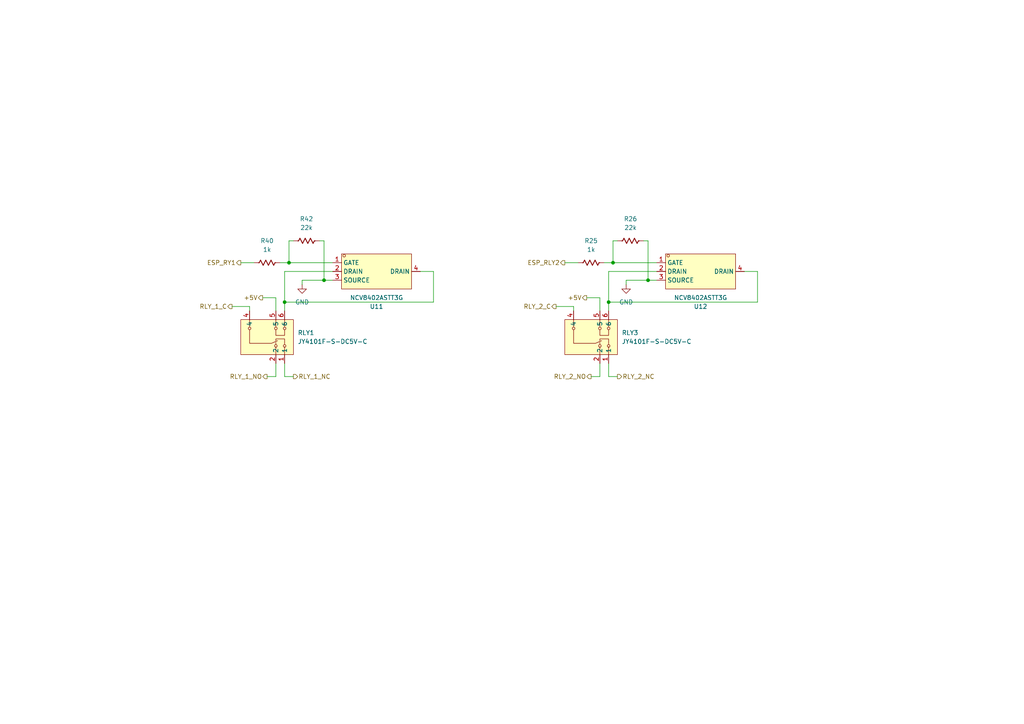
<source format=kicad_sch>
(kicad_sch (version 20250114) (generator "eeschema") (generator_version "9.0")
  (paper "A4")
  (lib_symbols
    (symbol "Fuse_Holder:JY4101F-S-DC5V-C"
      (property "Reference" "RLY" (at 0 12.7 0))
      (property "Value" "JY4101F-S-DC5V-C" (at 0 -12.7 0))
      (symbol "JY4101F-S-DC5V-C_0_1"
        (rectangle (start -7.62 5.08) (end 7.62 -5.08) (fill (type background)))
        (polyline (pts (xy -5.08 2.79) (xy -5.08 5.08)))
        (circle (center -5.08 2.54) (radius 0.38))
        (polyline (pts (xy -5.08 2.03) (xy -5.08 0.51) (xy -2.54 0.51) (xy -2.54 1.02)))
        (polyline (pts (xy -5.08 -2.03) (xy -5.08 -0.51) (xy -2.54 -0.51) (xy -2.54 -2.03)))
        (circle (center -5.08 -2.54) (radius 0.38))
        (polyline (pts (xy -5.08 -3.05) (xy -5.08 -5.08)))
        (polyline (pts (xy -3.05 1.02) (xy -1.27 1.78) (xy 5.08 1.78) (xy 5.08 -2.03)))
        (polyline (pts (xy -2.54 2.79) (xy -2.54 5.08)))
        (circle (center -2.54 2.54) (radius 0.38))
        (polyline (pts (xy -2.54 2.03) (xy -2.54 1.52)))
        (circle (center -2.54 -2.54) (radius 0.38))
        (polyline (pts (xy -2.54 -3.05) (xy -2.54 -5.08)))
        (circle (center 5.08 -2.54) (radius 0.38))
        (polyline (pts (xy 5.08 -3.05) (xy 5.08 -5.08)))
        (pin unspecified line (at -5.08 7.62 270) (length 2.54) (name "1") (number "1"))
        (pin unspecified line (at -5.08 -7.62 90) (length 2.54) (name "6") (number "6"))
        (pin unspecified line (at -2.54 7.62 270) (length 2.54) (name "2") (number "2"))
        (pin unspecified line (at -2.54 -7.62 90) (length 2.54) (name "5") (number "5"))
        (pin unspecified line (at 5.08 -7.62 90) (length 2.54) (name "4") (number "4"))
      )
    )
    (symbol "Fuse_Holder:NCV8402ASTT3G"
      (property "Reference" "U" (at 0 19.05 0))
      (property "Value" "NCV8402ASTT3G" (at 0 -16.51 0))
      (symbol "NCV8402ASTT3G_0_1"
        (rectangle (start -5.08 11.43) (end 5.08 -8.89) (fill (type background)))
        (circle (center -4.57 -8.13) (radius 0.38))
        (pin unspecified line (at -2.54 -11.43 90) (length 2.54) (name "GATE") (number "1"))
        (pin unspecified line (at 0 13.97 270) (length 2.54) (name "DRAIN") (number "4"))
        (pin unspecified line (at 0 -11.43 90) (length 2.54) (name "DRAIN") (number "2"))
        (pin unspecified line (at 2.54 -11.43 90) (length 2.54) (name "SOURCE") (number "3"))
      )
    )
    (symbol "PCM_Resistor_US_AKL:R_0603" (pin_numbers (hide yes)) (pin_names (offset 0))
      (property "Reference" "R" (at 2.54 1.27 0))
      (property "Value" "R_0603" (at 2.54 -1.27 0))
      (symbol "R_0603_0_1"
        (polyline (pts (xy 0 2.286) (xy 0 2.54)) (stroke (width 0.254)))
        (polyline (pts (xy 0 2.286) (xy 0.762 1.905) (xy -0.762 1.143) (xy 0 0.762) (xy 0.762 0.381) (xy 0 0) (xy -0.762 -0.381) (xy 0 -0.762) (xy 0.762 -1.143) (xy 0 -1.524) (xy -0.762 -1.905) (xy 0 -2.286)) (stroke (width 0.254)))
        (polyline (pts (xy 0 -2.286) (xy 0 -2.54)) (stroke (width 0.254)))
      )
      (symbol "R_0603_0_2"
        (polyline (pts (xy -2.54 -2.54) (xy -1.778 -1.778)))
        (polyline (pts (xy -1.778 -1.778) (xy -1.524 -1.524)) (stroke (width 0.254)))
        (polyline (pts (xy -1.524 -1.524) (xy -1.778 -0.762) (xy -1.016 -1.016)) (stroke (width 0.254)))
        (polyline (pts (xy -0.508 -0.508) (xy -0.762 0.254) (xy 0 0)) (stroke (width 0.254)))
        (polyline (pts (xy -0.508 -0.508) (xy -0.254 -1.27) (xy -1.016 -1.016)) (stroke (width 0.254)))
        (polyline (pts (xy 0.508 0.508) (xy 0.254 1.27) (xy 1.016 1.016)) (stroke (width 0.254)))
        (polyline (pts (xy 0.508 0.508) (xy 0.762 -0.254) (xy 0 0)) (stroke (width 0.254)))
        (polyline (pts (xy 1.524 1.524) (xy 1.778 0.762) (xy 1.016 1.016)) (stroke (width 0.254)))
        (polyline (pts (xy 1.778 1.778) (xy 1.524 1.524)) (stroke (width 0.254)))
        (polyline (pts (xy 1.778 1.778) (xy 2.54 2.54)))
      )
      (symbol "R_0603_1_1"
        (pin passive line (at 0 3.81 270) (length 1.27) (name "~") (number "1"))
        (pin passive line (at 0 -3.81 90) (length 1.27) (name "~") (number "2"))
      )
      (symbol "R_0603_1_2"
        (pin passive line (at -2.54 -2.54 0) (length 0) (name "") (number "2"))
        (pin passive line (at 2.54 2.54 180) (length 0) (name "") (number "1"))
      )
    )
    (symbol "power:GND" (power) (pin_numbers (hide yes)) (pin_names (offset 0) (hide yes))
      (property "Value" "GND" (at 0 -3.81 0))
      (symbol "GND_0_1"
        (polyline (pts (xy 0 0) (xy 0 -1.27) (xy 1.27 -1.27) (xy 0 -2.54) (xy -1.27 -1.27) (xy 0 -1.27)))
      )
      (symbol "GND_1_1"
        (pin power_in line (at 0 0 270) (length 0) (name "~") (number "1"))
      )
    )
  )
  (junction (at 177.8 76.2))
  (junction (at 82.55 87.63))
  (junction (at 93.98 81.28))
  (junction (at 83.82 76.2))
  (junction (at 176.53 87.63))
  (junction (at 187.96 81.28))
  (wire (pts (xy 186.69 69.85) (xy 187.96 69.85)))
  (wire (pts (xy 82.55 87.63) (xy 82.55 90.17)))
  (wire (pts (xy 181.61 81.28) (xy 187.96 81.28)))
  (wire (pts (xy 81.28 76.2) (xy 83.82 76.2)))
  (wire (pts (xy 176.53 87.63) (xy 176.53 90.17)))
  (wire (pts (xy 82.55 87.63) (xy 125.73 87.63)))
  (wire (pts (xy 176.53 87.63) (xy 219.71 87.63)))
  (wire (pts (xy 77.47 109.22) (xy 80.01 109.22)))
  (wire (pts (xy 85.09 109.22) (xy 82.55 109.22)))
  (wire (pts (xy 175.26 76.2) (xy 177.8 76.2)))
  (wire (pts (xy 176.53 109.22) (xy 176.53 105.41)))
  (wire (pts (xy 80.01 109.22) (xy 80.01 105.41)))
  (wire (pts (xy 166.37 88.9) (xy 166.37 90.17)))
  (wire (pts (xy 187.96 81.28) (xy 190.5 81.28)))
  (wire (pts (xy 125.73 78.74) (xy 121.92 78.74)))
  (wire (pts (xy 219.71 87.63) (xy 219.71 78.74)))
  (wire (pts (xy 69.85 76.2) (xy 73.66 76.2)))
  (wire (pts (xy 87.63 81.28) (xy 93.98 81.28)))
  (wire (pts (xy 219.71 78.74) (xy 215.9 78.74)))
  (wire (pts (xy 125.73 87.63) (xy 125.73 78.74)))
  (wire (pts (xy 177.8 69.85) (xy 177.8 76.2)))
  (wire (pts (xy 83.82 69.85) (xy 85.09 69.85)))
  (wire (pts (xy 173.99 86.36) (xy 173.99 90.17)))
  (wire (pts (xy 181.61 81.28) (xy 181.61 82.55)))
  (wire (pts (xy 72.39 88.9) (xy 72.39 90.17)))
  (wire (pts (xy 176.53 78.74) (xy 190.5 78.74)))
  (wire (pts (xy 82.55 109.22) (xy 82.55 105.41)))
  (wire (pts (xy 76.2 86.36) (xy 80.01 86.36)))
  (wire (pts (xy 67.31 88.9) (xy 72.39 88.9)))
  (wire (pts (xy 177.8 69.85) (xy 179.07 69.85)))
  (wire (pts (xy 82.55 78.74) (xy 82.55 87.63)))
  (wire (pts (xy 87.63 81.28) (xy 87.63 82.55)))
  (wire (pts (xy 82.55 78.74) (xy 96.52 78.74)))
  (wire (pts (xy 176.53 78.74) (xy 176.53 87.63)))
  (wire (pts (xy 177.8 76.2) (xy 190.5 76.2)))
  (wire (pts (xy 163.83 76.2) (xy 167.64 76.2)))
  (wire (pts (xy 93.98 69.85) (xy 93.98 81.28)))
  (wire (pts (xy 161.29 88.9) (xy 166.37 88.9)))
  (wire (pts (xy 187.96 69.85) (xy 187.96 81.28)))
  (wire (pts (xy 83.82 76.2) (xy 96.52 76.2)))
  (wire (pts (xy 83.82 69.85) (xy 83.82 76.2)))
  (wire (pts (xy 93.98 81.28) (xy 96.52 81.28)))
  (wire (pts (xy 170.18 86.36) (xy 173.99 86.36)))
  (wire (pts (xy 179.07 109.22) (xy 176.53 109.22)))
  (wire (pts (xy 173.99 109.22) (xy 173.99 105.41)))
  (wire (pts (xy 171.45 109.22) (xy 173.99 109.22)))
  (wire (pts (xy 92.71 69.85) (xy 93.98 69.85)))
  (wire (pts (xy 80.01 86.36) (xy 80.01 90.17)))
  (hierarchical_label "RLY_2_C" (shape output) (at 161.29 88.9 180))
  (hierarchical_label "RLY_1_NC" (shape output) (at 85.09 109.22 0))
  (hierarchical_label "ESP_RLY2" (shape output) (at 163.83 76.2 180))
  (hierarchical_label "+5V" (shape output) (at 76.2 86.36 180))
  (hierarchical_label "ESP_RY1" (shape output) (at 69.85 76.2 180))
  (hierarchical_label "RLY_2_NC" (shape output) (at 179.07 109.22 0))
  (hierarchical_label "+5V" (shape output) (at 170.18 86.36 180))
  (hierarchical_label "RLY_1_C" (shape output) (at 67.31 88.9 180))
  (hierarchical_label "RLY_2_NO" (shape output) (at 171.45 109.22 180))
  (hierarchical_label "RLY_1_NO" (shape output) (at 77.47 109.22 180))
  (symbol (lib_id "PCM_Resistor_US_AKL:R_0603") (at 171.45 76.2 90) (unit 1)
    (property "Reference" "R25" (at 171.45 69.85 90))
    (property "Value" "1k" (at 171.45 72.39 90))
    (property "Footprint" "PCM_Resistor_SMD_AKL:R_0603_1608Metric" (effects (hide yes)))
    (property "Description" "SMD 0603 Chip Resistor, US Symbol, Alternate KiCad Library" (effects (hide yes)))
  )
  (symbol (lib_id "Fuse_Holder:NCV8402ASTT3G") (at 201.93 78.74 270) (unit 1)
    (property "Reference" "U12" (at 203.2 88.9 90))
    (property "Value" "NCV8402ASTT3G" (at 203.2 86.36 90))
    (property "Footprint" "Fuse_Holder:SOT-223_L6.5-W3.5-P2.30-LS7.0-BR" (effects (hide yes)))
    (property "Datasheet" "https://lcsc.com/product-detail/PMIC-Power-Distribution-Switches_ON-Semicon_NCV8402ASTT3G_ON-Semicon-ON-NCV8402ASTT3G_C236053.html" (effects (hide yes)))
    (property "LCSC Part" "C236053" (effects (hide yes)))
  )
  (symbol (lib_id "PCM_Resistor_US_AKL:R_0603") (at 77.47 76.2 90) (unit 1)
    (property "Reference" "R40" (at 77.47 69.85 90))
    (property "Value" "1k" (at 77.47 72.39 90))
    (property "Footprint" "PCM_Resistor_SMD_AKL:R_0603_1608Metric" (effects (hide yes)))
    (property "Description" "SMD 0603 Chip Resistor, US Symbol, Alternate KiCad Library" (effects (hide yes)))
  )
  (symbol (lib_id "PCM_Resistor_US_AKL:R_0603") (at 88.9 69.85 270) (unit 1)
    (property "Reference" "R42" (at 88.9 63.5 90))
    (property "Value" "22k" (at 88.9 66.04 90))
    (property "Footprint" "PCM_Resistor_SMD_AKL:R_0603_1608Metric" (effects (hide yes)))
    (property "Description" "SMD 0603 Chip Resistor, US Symbol, Alternate KiCad Library" (effects (hide yes)))
  )
  (symbol (lib_id "Fuse_Holder:NCV8402ASTT3G") (at 107.95 78.74 270) (unit 1)
    (property "Reference" "U11" (at 109.22 88.9 90))
    (property "Value" "NCV8402ASTT3G" (at 109.22 86.36 90))
    (property "Footprint" "Fuse_Holder:SOT-223_L6.5-W3.5-P2.30-LS7.0-BR" (effects (hide yes)))
    (property "Datasheet" "https://lcsc.com/product-detail/PMIC-Power-Distribution-Switches_ON-Semicon_NCV8402ASTT3G_ON-Semicon-ON-NCV8402ASTT3G_C236053.html" (effects (hide yes)))
    (property "LCSC Part" "C236053" (effects (hide yes)))
  )
  (symbol (lib_id "Fuse_Holder:JY4101F-S-DC5V-C") (at 77.47 97.79 180) (unit 1)
    (property "Reference" "RLY1" (at 86.36 96.5199 0) (effects (justify right)))
    (property "Value" "JY4101F-S-DC5V-C" (at 86.36 99.0599 0) (effects (justify right)))
    (property "Footprint" "Fuse_Holder:RELAY-TH_HK4101F-XX-XX_XX" (effects (hide yes)))
    (property "LCSC Part" "C17702451" (effects (hide yes)))
  )
  (symbol (lib_id "PCM_Resistor_US_AKL:R_0603") (at 182.88 69.85 270) (unit 1)
    (property "Reference" "R26" (at 182.88 63.5 90))
    (property "Value" "22k" (at 182.88 66.04 90))
    (property "Footprint" "PCM_Resistor_SMD_AKL:R_0603_1608Metric" (effects (hide yes)))
    (property "Description" "SMD 0603 Chip Resistor, US Symbol, Alternate KiCad Library" (effects (hide yes)))
  )
  (symbol (lib_id "Fuse_Holder:JY4101F-S-DC5V-C") (at 171.45 97.79 180) (unit 1)
    (property "Reference" "RLY3" (at 180.34 96.5199 0) (effects (justify right)))
    (property "Value" "JY4101F-S-DC5V-C" (at 180.34 99.0599 0) (effects (justify right)))
    (property "Footprint" "Fuse_Holder:RELAY-TH_HK4101F-XX-XX_XX" (effects (hide yes)))
    (property "LCSC Part" "C17702451" (effects (hide yes)))
  )
  (symbol (lib_id "power:GND") (at 181.61 82.55 0) (unit 1)
    (property "Reference" "#PWR039" (effects (hide yes)))
    (property "Value" "GND" (at 181.61 87.63 0))
    (property "Description" "Power symbol creates a global label with name \"GND\" , ground" (effects (hide yes)))
  )
  (symbol (lib_id "power:GND") (at 87.63 82.55 0) (unit 1)
    (property "Reference" "#PWR045" (effects (hide yes)))
    (property "Value" "GND" (at 87.63 87.63 0))
    (property "Description" "Power symbol creates a global label with name \"GND\" , ground" (effects (hide yes)))
  )
)
</source>
